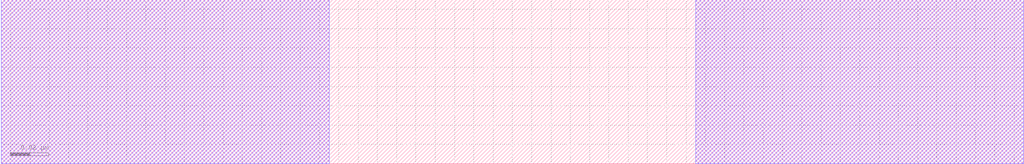
<source format=lef>
# Copyright 2020 The SkyWater PDK Authors
#
# Licensed under the Apache License, Version 2.0 (the "License");
# you may not use this file except in compliance with the License.
# You may obtain a copy of the License at
#
#     https://www.apache.org/licenses/LICENSE-2.0
#
# Unless required by applicable law or agreed to in writing, software
# distributed under the License is distributed on an "AS IS" BASIS,
# WITHOUT WARRANTIES OR CONDITIONS OF ANY KIND, either express or implied.
# See the License for the specific language governing permissions and
# limitations under the License.
#
# SPDX-License-Identifier: Apache-2.0

VERSION 5.7 ;
  NOWIREEXTENSIONATPIN ON ;
  DIVIDERCHAR "/" ;
  BUSBITCHARS "[]" ;
MACRO sky130_fd_bd_sram__sram_dp_horstrap_mcon
  CLASS BLOCK ;
  FOREIGN sky130_fd_bd_sram__sram_dp_horstrap_mcon ;
  ORIGIN -1.475000  0.000000 ;
  SIZE  0.530000 BY  0.085000 ;
  OBS
    LAYER li1 ;
      RECT 1.475000 0.000000 1.645000 0.085000 ;
      RECT 1.835000 0.000000 2.005000 0.085000 ;
    LAYER met1 ;
      RECT 1.475000 0.000000 1.645000 0.085000 ;
      RECT 1.835000 0.000000 2.005000 0.085000 ;
  END
END sky130_fd_bd_sram__sram_dp_horstrap_mcon
END LIBRARY

</source>
